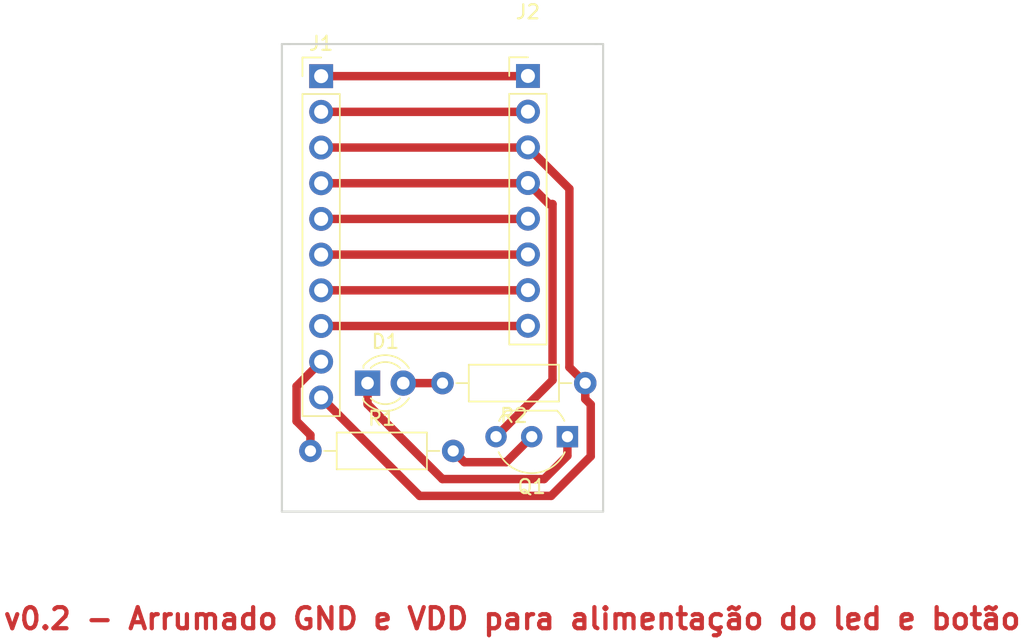
<source format=kicad_pcb>
(kicad_pcb (version 20171130) (host pcbnew 6.0.0-rc1-unknown-445a9fa~66~ubuntu16.04.1)

  (general
    (thickness 1.6)
    (drawings 7)
    (tracks 44)
    (zones 0)
    (modules 6)
    (nets 13)
  )

  (page A4)
  (layers
    (0 F.Cu signal)
    (31 B.Cu signal)
    (32 B.Adhes user)
    (33 F.Adhes user)
    (34 B.Paste user)
    (35 F.Paste user)
    (36 B.SilkS user)
    (37 F.SilkS user)
    (38 B.Mask user)
    (39 F.Mask user)
    (40 Dwgs.User user)
    (41 Cmts.User user)
    (42 Eco1.User user)
    (43 Eco2.User user)
    (44 Edge.Cuts user)
    (45 Margin user)
    (46 B.CrtYd user)
    (47 F.CrtYd user)
    (48 B.Fab user)
    (49 F.Fab user)
  )

  (setup
    (last_trace_width 0.6)
    (trace_clearance 0.6)
    (zone_clearance 0.508)
    (zone_45_only no)
    (trace_min 0.2)
    (via_size 0.8)
    (via_drill 0.4)
    (via_min_size 0.4)
    (via_min_drill 0.3)
    (uvia_size 0.3)
    (uvia_drill 0.1)
    (uvias_allowed no)
    (uvia_min_size 0.2)
    (uvia_min_drill 0.1)
    (edge_width 0.15)
    (segment_width 0.2)
    (pcb_text_width 0.3)
    (pcb_text_size 1.5 1.5)
    (mod_edge_width 0.15)
    (mod_text_size 1 1)
    (mod_text_width 0.15)
    (pad_size 1.524 1.524)
    (pad_drill 0.762)
    (pad_to_mask_clearance 0.2)
    (solder_mask_min_width 0.25)
    (aux_axis_origin 0 0)
    (visible_elements FFFFFF7F)
    (pcbplotparams
      (layerselection 0x01000_7fffffff)
      (usegerberextensions false)
      (usegerberattributes false)
      (usegerberadvancedattributes false)
      (creategerberjobfile false)
      (excludeedgelayer true)
      (linewidth 0.100000)
      (plotframeref false)
      (viasonmask false)
      (mode 1)
      (useauxorigin false)
      (hpglpennumber 1)
      (hpglpenspeed 20)
      (hpglpendiameter 15.000000)
      (psnegative false)
      (psa4output false)
      (plotreference true)
      (plotvalue true)
      (plotinvisibletext false)
      (padsonsilk false)
      (subtractmaskfromsilk false)
      (outputformat 1)
      (mirror false)
      (drillshape 0)
      (scaleselection 1)
      (outputdirectory ""))
  )

  (net 0 "")
  (net 1 "Net-(J1-Pad8)")
  (net 2 "Net-(J1-Pad7)")
  (net 3 "Net-(J1-Pad6)")
  (net 4 "Net-(J1-Pad5)")
  (net 5 "Net-(J1-Pad4)")
  (net 6 "Net-(J1-Pad1)")
  (net 7 "Net-(D1-Pad2)")
  (net 8 "Net-(D1-Pad1)")
  (net 9 "Net-(J1-Pad10)")
  (net 10 "Net-(J1-Pad9)")
  (net 11 "Net-(Q1-Pad2)")
  (net 12 "Net-(J1-Pad2)")

  (net_class Default "This is the default net class."
    (clearance 0.6)
    (trace_width 0.6)
    (via_dia 0.8)
    (via_drill 0.4)
    (uvia_dia 0.3)
    (uvia_drill 0.1)
    (add_net "Net-(D1-Pad1)")
    (add_net "Net-(D1-Pad2)")
    (add_net "Net-(J1-Pad1)")
    (add_net "Net-(J1-Pad10)")
    (add_net "Net-(J1-Pad2)")
    (add_net "Net-(J1-Pad4)")
    (add_net "Net-(J1-Pad5)")
    (add_net "Net-(J1-Pad6)")
    (add_net "Net-(J1-Pad7)")
    (add_net "Net-(J1-Pad8)")
    (add_net "Net-(J1-Pad9)")
    (add_net "Net-(Q1-Pad2)")
  )

  (module Pin_Headers:Pin_Header_Straight_1x08_Pitch2.54mm (layer F.Cu) (tedit 59650532) (tstamp 5BABB7CC)
    (at 152.892619 82.0275)
    (descr "Through hole straight pin header, 1x08, 2.54mm pitch, single row")
    (tags "Through hole pin header THT 1x08 2.54mm single row")
    (path /5B51CEBA)
    (fp_text reference J2 (at 0 -4.5575) (layer F.SilkS)
      (effects (font (size 1 1) (thickness 0.15)))
    )
    (fp_text value "FLIR Dev Kit" (at 0 25.9225) (layer F.Fab)
      (effects (font (size 1 1) (thickness 0.15)))
    )
    (fp_line (start -0.635 -1.27) (end 1.27 -1.27) (layer F.Fab) (width 0.1))
    (fp_line (start 1.27 -1.27) (end 1.27 19.05) (layer F.Fab) (width 0.1))
    (fp_line (start 1.27 19.05) (end -1.27 19.05) (layer F.Fab) (width 0.1))
    (fp_line (start -1.27 19.05) (end -1.27 -0.635) (layer F.Fab) (width 0.1))
    (fp_line (start -1.27 -0.635) (end -0.635 -1.27) (layer F.Fab) (width 0.1))
    (fp_line (start -1.33 19.11) (end 1.33 19.11) (layer F.SilkS) (width 0.12))
    (fp_line (start -1.33 1.27) (end -1.33 19.11) (layer F.SilkS) (width 0.12))
    (fp_line (start 1.33 1.27) (end 1.33 19.11) (layer F.SilkS) (width 0.12))
    (fp_line (start -1.33 1.27) (end 1.33 1.27) (layer F.SilkS) (width 0.12))
    (fp_line (start -1.33 0) (end -1.33 -1.33) (layer F.SilkS) (width 0.12))
    (fp_line (start -1.33 -1.33) (end 0 -1.33) (layer F.SilkS) (width 0.12))
    (fp_line (start -1.8 -1.8) (end -1.8 19.55) (layer F.CrtYd) (width 0.05))
    (fp_line (start -1.8 19.55) (end 1.8 19.55) (layer F.CrtYd) (width 0.05))
    (fp_line (start 1.8 19.55) (end 1.8 -1.8) (layer F.CrtYd) (width 0.05))
    (fp_line (start 1.8 -1.8) (end -1.8 -1.8) (layer F.CrtYd) (width 0.05))
    (fp_text user %R (at 0 8.89 90) (layer F.Fab)
      (effects (font (size 1 1) (thickness 0.15)))
    )
    (pad 1 thru_hole rect (at 0 0) (size 1.7 1.7) (drill 1) (layers *.Cu *.Mask)
      (net 6 "Net-(J1-Pad1)"))
    (pad 2 thru_hole oval (at 0 2.54) (size 1.7 1.7) (drill 1) (layers *.Cu *.Mask)
      (net 12 "Net-(J1-Pad2)"))
    (pad 3 thru_hole oval (at 0 5.08) (size 1.7 1.7) (drill 1) (layers *.Cu *.Mask)
      (net 9 "Net-(J1-Pad10)"))
    (pad 4 thru_hole oval (at 0 7.62) (size 1.7 1.7) (drill 1) (layers *.Cu *.Mask)
      (net 5 "Net-(J1-Pad4)"))
    (pad 5 thru_hole oval (at 0 10.16) (size 1.7 1.7) (drill 1) (layers *.Cu *.Mask)
      (net 4 "Net-(J1-Pad5)"))
    (pad 6 thru_hole oval (at 0 12.7) (size 1.7 1.7) (drill 1) (layers *.Cu *.Mask)
      (net 3 "Net-(J1-Pad6)"))
    (pad 7 thru_hole oval (at 0 15.24) (size 1.7 1.7) (drill 1) (layers *.Cu *.Mask)
      (net 2 "Net-(J1-Pad7)"))
    (pad 8 thru_hole oval (at 0 17.78) (size 1.7 1.7) (drill 1) (layers *.Cu *.Mask)
      (net 1 "Net-(J1-Pad8)"))
    (model ${KISYS3DMOD}/Pin_Headers.3dshapes/Pin_Header_Straight_1x08_Pitch2.54mm.wrl
      (at (xyz 0 0 0))
      (scale (xyz 1 1 1))
      (rotate (xyz 0 0 0))
    )
  )

  (module LEDs:LED_D3.0mm (layer F.Cu) (tedit 587A3A7B) (tstamp 5BABAA80)
    (at 141.478 103.886)
    (descr "LED, diameter 3.0mm, 2 pins")
    (tags "LED diameter 3.0mm 2 pins")
    (path /5BABA5C5)
    (fp_text reference D1 (at 1.27 -2.96) (layer F.SilkS)
      (effects (font (size 1 1) (thickness 0.15)))
    )
    (fp_text value LED (at 1.27 2.96) (layer F.Fab)
      (effects (font (size 1 1) (thickness 0.15)))
    )
    (fp_line (start 3.7 -2.25) (end -1.15 -2.25) (layer F.CrtYd) (width 0.05))
    (fp_line (start 3.7 2.25) (end 3.7 -2.25) (layer F.CrtYd) (width 0.05))
    (fp_line (start -1.15 2.25) (end 3.7 2.25) (layer F.CrtYd) (width 0.05))
    (fp_line (start -1.15 -2.25) (end -1.15 2.25) (layer F.CrtYd) (width 0.05))
    (fp_line (start -0.29 1.08) (end -0.29 1.236) (layer F.SilkS) (width 0.12))
    (fp_line (start -0.29 -1.236) (end -0.29 -1.08) (layer F.SilkS) (width 0.12))
    (fp_line (start -0.23 -1.16619) (end -0.23 1.16619) (layer F.Fab) (width 0.1))
    (fp_circle (center 1.27 0) (end 2.77 0) (layer F.Fab) (width 0.1))
    (fp_arc (start 1.27 0) (end 0.229039 1.08) (angle -87.9) (layer F.SilkS) (width 0.12))
    (fp_arc (start 1.27 0) (end 0.229039 -1.08) (angle 87.9) (layer F.SilkS) (width 0.12))
    (fp_arc (start 1.27 0) (end -0.29 1.235516) (angle -108.8) (layer F.SilkS) (width 0.12))
    (fp_arc (start 1.27 0) (end -0.29 -1.235516) (angle 108.8) (layer F.SilkS) (width 0.12))
    (fp_arc (start 1.27 0) (end -0.23 -1.16619) (angle 284.3) (layer F.Fab) (width 0.1))
    (pad 2 thru_hole circle (at 2.54 0) (size 1.8 1.8) (drill 0.9) (layers *.Cu *.Mask)
      (net 7 "Net-(D1-Pad2)"))
    (pad 1 thru_hole rect (at 0 0) (size 1.8 1.8) (drill 0.9) (layers *.Cu *.Mask)
      (net 8 "Net-(D1-Pad1)"))
    (model ${KISYS3DMOD}/LEDs.3dshapes/LED_D3.0mm.wrl
      (at (xyz 0 0 0))
      (scale (xyz 0.393701 0.393701 0.393701))
      (rotate (xyz 0 0 0))
    )
  )

  (module Pin_Headers:Pin_Header_Straight_1x10_Pitch2.54mm (layer F.Cu) (tedit 59650532) (tstamp 5BABB663)
    (at 138.176 82.042)
    (descr "Through hole straight pin header, 1x10, 2.54mm pitch, single row")
    (tags "Through hole pin header THT 1x10 2.54mm single row")
    (path /5BABB361)
    (fp_text reference J1 (at 0 -2.33) (layer F.SilkS)
      (effects (font (size 1 1) (thickness 0.15)))
    )
    (fp_text value Entrada (at 0 25.19) (layer F.Fab)
      (effects (font (size 1 1) (thickness 0.15)))
    )
    (fp_text user %R (at 0 11.43 90) (layer F.Fab)
      (effects (font (size 1 1) (thickness 0.15)))
    )
    (fp_line (start 1.8 -1.8) (end -1.8 -1.8) (layer F.CrtYd) (width 0.05))
    (fp_line (start 1.8 24.65) (end 1.8 -1.8) (layer F.CrtYd) (width 0.05))
    (fp_line (start -1.8 24.65) (end 1.8 24.65) (layer F.CrtYd) (width 0.05))
    (fp_line (start -1.8 -1.8) (end -1.8 24.65) (layer F.CrtYd) (width 0.05))
    (fp_line (start -1.33 -1.33) (end 0 -1.33) (layer F.SilkS) (width 0.12))
    (fp_line (start -1.33 0) (end -1.33 -1.33) (layer F.SilkS) (width 0.12))
    (fp_line (start -1.33 1.27) (end 1.33 1.27) (layer F.SilkS) (width 0.12))
    (fp_line (start 1.33 1.27) (end 1.33 24.19) (layer F.SilkS) (width 0.12))
    (fp_line (start -1.33 1.27) (end -1.33 24.19) (layer F.SilkS) (width 0.12))
    (fp_line (start -1.33 24.19) (end 1.33 24.19) (layer F.SilkS) (width 0.12))
    (fp_line (start -1.27 -0.635) (end -0.635 -1.27) (layer F.Fab) (width 0.1))
    (fp_line (start -1.27 24.13) (end -1.27 -0.635) (layer F.Fab) (width 0.1))
    (fp_line (start 1.27 24.13) (end -1.27 24.13) (layer F.Fab) (width 0.1))
    (fp_line (start 1.27 -1.27) (end 1.27 24.13) (layer F.Fab) (width 0.1))
    (fp_line (start -0.635 -1.27) (end 1.27 -1.27) (layer F.Fab) (width 0.1))
    (pad 10 thru_hole oval (at 0 22.86) (size 1.7 1.7) (drill 1) (layers *.Cu *.Mask)
      (net 9 "Net-(J1-Pad10)"))
    (pad 9 thru_hole oval (at 0 20.32) (size 1.7 1.7) (drill 1) (layers *.Cu *.Mask)
      (net 10 "Net-(J1-Pad9)"))
    (pad 8 thru_hole oval (at 0 17.78) (size 1.7 1.7) (drill 1) (layers *.Cu *.Mask)
      (net 1 "Net-(J1-Pad8)"))
    (pad 7 thru_hole oval (at 0 15.24) (size 1.7 1.7) (drill 1) (layers *.Cu *.Mask)
      (net 2 "Net-(J1-Pad7)"))
    (pad 6 thru_hole oval (at 0 12.7) (size 1.7 1.7) (drill 1) (layers *.Cu *.Mask)
      (net 3 "Net-(J1-Pad6)"))
    (pad 5 thru_hole oval (at 0 10.16) (size 1.7 1.7) (drill 1) (layers *.Cu *.Mask)
      (net 4 "Net-(J1-Pad5)"))
    (pad 4 thru_hole oval (at 0 7.62) (size 1.7 1.7) (drill 1) (layers *.Cu *.Mask)
      (net 5 "Net-(J1-Pad4)"))
    (pad 3 thru_hole oval (at 0 5.08) (size 1.7 1.7) (drill 1) (layers *.Cu *.Mask)
      (net 9 "Net-(J1-Pad10)"))
    (pad 2 thru_hole oval (at 0 2.54) (size 1.7 1.7) (drill 1) (layers *.Cu *.Mask)
      (net 12 "Net-(J1-Pad2)"))
    (pad 1 thru_hole rect (at 0 0) (size 1.7 1.7) (drill 1) (layers *.Cu *.Mask)
      (net 6 "Net-(J1-Pad1)"))
    (model ${KISYS3DMOD}/Pin_Headers.3dshapes/Pin_Header_Straight_1x10_Pitch2.54mm.wrl
      (at (xyz 0 0 0))
      (scale (xyz 1 1 1))
      (rotate (xyz 0 0 0))
    )
  )

  (module TO_SOT_Packages_THT:TO-92_Inline_Wide (layer F.Cu) (tedit 58CE52AF) (tstamp 5BABAAB2)
    (at 155.702 107.696 180)
    (descr "TO-92 leads in-line, wide, drill 0.8mm (see NXP sot054_po.pdf)")
    (tags "to-92 sc-43 sc-43a sot54 PA33 transistor")
    (path /5BABA4C6)
    (fp_text reference Q1 (at 2.54 -3.56) (layer F.SilkS)
      (effects (font (size 1 1) (thickness 0.15)))
    )
    (fp_text value BC548 (at 2.54 2.79 180) (layer F.Fab)
      (effects (font (size 1 1) (thickness 0.15)))
    )
    (fp_arc (start 2.54 0) (end 4.34 1.85) (angle -20) (layer F.SilkS) (width 0.12))
    (fp_arc (start 2.54 0) (end 2.54 -2.48) (angle -135) (layer F.Fab) (width 0.1))
    (fp_arc (start 2.54 0) (end 2.54 -2.48) (angle 135) (layer F.Fab) (width 0.1))
    (fp_arc (start 2.54 0) (end 2.54 -2.6) (angle 65) (layer F.SilkS) (width 0.12))
    (fp_arc (start 2.54 0) (end 2.54 -2.6) (angle -65) (layer F.SilkS) (width 0.12))
    (fp_arc (start 2.54 0) (end 0.74 1.85) (angle 20) (layer F.SilkS) (width 0.12))
    (fp_line (start 6.09 2.01) (end -1.01 2.01) (layer F.CrtYd) (width 0.05))
    (fp_line (start 6.09 2.01) (end 6.09 -2.73) (layer F.CrtYd) (width 0.05))
    (fp_line (start -1.01 -2.73) (end -1.01 2.01) (layer F.CrtYd) (width 0.05))
    (fp_line (start -1.01 -2.73) (end 6.09 -2.73) (layer F.CrtYd) (width 0.05))
    (fp_line (start 0.8 1.75) (end 4.3 1.75) (layer F.Fab) (width 0.1))
    (fp_line (start 0.74 1.85) (end 4.34 1.85) (layer F.SilkS) (width 0.12))
    (fp_text user %R (at 2.54 -3.56) (layer F.Fab)
      (effects (font (size 1 1) (thickness 0.15)))
    )
    (pad 1 thru_hole rect (at 0 0 270) (size 1.52 1.52) (drill 0.8) (layers *.Cu *.Mask)
      (net 8 "Net-(D1-Pad1)"))
    (pad 3 thru_hole circle (at 5.08 0 270) (size 1.52 1.52) (drill 0.8) (layers *.Cu *.Mask)
      (net 5 "Net-(J1-Pad4)"))
    (pad 2 thru_hole circle (at 2.54 0 270) (size 1.52 1.52) (drill 0.8) (layers *.Cu *.Mask)
      (net 11 "Net-(Q1-Pad2)"))
    (model ${KISYS3DMOD}/TO_SOT_Packages_THT.3dshapes/TO-92_Inline_Wide.wrl
      (offset (xyz 2.539999961853027 0 0))
      (scale (xyz 1 1 1))
      (rotate (xyz 0 0 -90))
    )
  )

  (module Resistors_THT:R_Axial_DIN0207_L6.3mm_D2.5mm_P10.16mm_Horizontal (layer F.Cu) (tedit 5874F706) (tstamp 5BABAAC8)
    (at 137.414 108.712)
    (descr "Resistor, Axial_DIN0207 series, Axial, Horizontal, pin pitch=10.16mm, 0.25W = 1/4W, length*diameter=6.3*2.5mm^2, http://cdn-reichelt.de/documents/datenblatt/B400/1_4W%23YAG.pdf")
    (tags "Resistor Axial_DIN0207 series Axial Horizontal pin pitch 10.16mm 0.25W = 1/4W length 6.3mm diameter 2.5mm")
    (path /5BABA818)
    (fp_text reference R1 (at 5.08 -2.31) (layer F.SilkS)
      (effects (font (size 1 1) (thickness 0.15)))
    )
    (fp_text value 2700 (at 5.08 2.31) (layer F.Fab)
      (effects (font (size 1 1) (thickness 0.15)))
    )
    (fp_line (start 1.93 -1.25) (end 1.93 1.25) (layer F.Fab) (width 0.1))
    (fp_line (start 1.93 1.25) (end 8.23 1.25) (layer F.Fab) (width 0.1))
    (fp_line (start 8.23 1.25) (end 8.23 -1.25) (layer F.Fab) (width 0.1))
    (fp_line (start 8.23 -1.25) (end 1.93 -1.25) (layer F.Fab) (width 0.1))
    (fp_line (start 0 0) (end 1.93 0) (layer F.Fab) (width 0.1))
    (fp_line (start 10.16 0) (end 8.23 0) (layer F.Fab) (width 0.1))
    (fp_line (start 1.87 -1.31) (end 1.87 1.31) (layer F.SilkS) (width 0.12))
    (fp_line (start 1.87 1.31) (end 8.29 1.31) (layer F.SilkS) (width 0.12))
    (fp_line (start 8.29 1.31) (end 8.29 -1.31) (layer F.SilkS) (width 0.12))
    (fp_line (start 8.29 -1.31) (end 1.87 -1.31) (layer F.SilkS) (width 0.12))
    (fp_line (start 0.98 0) (end 1.87 0) (layer F.SilkS) (width 0.12))
    (fp_line (start 9.18 0) (end 8.29 0) (layer F.SilkS) (width 0.12))
    (fp_line (start -1.05 -1.6) (end -1.05 1.6) (layer F.CrtYd) (width 0.05))
    (fp_line (start -1.05 1.6) (end 11.25 1.6) (layer F.CrtYd) (width 0.05))
    (fp_line (start 11.25 1.6) (end 11.25 -1.6) (layer F.CrtYd) (width 0.05))
    (fp_line (start 11.25 -1.6) (end -1.05 -1.6) (layer F.CrtYd) (width 0.05))
    (pad 1 thru_hole circle (at 0 0) (size 1.6 1.6) (drill 0.8) (layers *.Cu *.Mask)
      (net 10 "Net-(J1-Pad9)"))
    (pad 2 thru_hole oval (at 10.16 0) (size 1.6 1.6) (drill 0.8) (layers *.Cu *.Mask)
      (net 11 "Net-(Q1-Pad2)"))
    (model ${KISYS3DMOD}/Resistors_THT.3dshapes/R_Axial_DIN0207_L6.3mm_D2.5mm_P10.16mm_Horizontal.wrl
      (at (xyz 0 0 0))
      (scale (xyz 0.393701 0.393701 0.393701))
      (rotate (xyz 0 0 0))
    )
  )

  (module Resistors_THT:R_Axial_DIN0207_L6.3mm_D2.5mm_P10.16mm_Horizontal (layer F.Cu) (tedit 5874F706) (tstamp 5BABAADE)
    (at 156.972 103.886 180)
    (descr "Resistor, Axial_DIN0207 series, Axial, Horizontal, pin pitch=10.16mm, 0.25W = 1/4W, length*diameter=6.3*2.5mm^2, http://cdn-reichelt.de/documents/datenblatt/B400/1_4W%23YAG.pdf")
    (tags "Resistor Axial_DIN0207 series Axial Horizontal pin pitch 10.16mm 0.25W = 1/4W length 6.3mm diameter 2.5mm")
    (path /5BABA75D)
    (fp_text reference R2 (at 5.08 -2.31 180) (layer F.SilkS)
      (effects (font (size 1 1) (thickness 0.15)))
    )
    (fp_text value 100 (at 5.08 2.31 180) (layer F.Fab)
      (effects (font (size 1 1) (thickness 0.15)))
    )
    (fp_line (start 11.25 -1.6) (end -1.05 -1.6) (layer F.CrtYd) (width 0.05))
    (fp_line (start 11.25 1.6) (end 11.25 -1.6) (layer F.CrtYd) (width 0.05))
    (fp_line (start -1.05 1.6) (end 11.25 1.6) (layer F.CrtYd) (width 0.05))
    (fp_line (start -1.05 -1.6) (end -1.05 1.6) (layer F.CrtYd) (width 0.05))
    (fp_line (start 9.18 0) (end 8.29 0) (layer F.SilkS) (width 0.12))
    (fp_line (start 0.98 0) (end 1.87 0) (layer F.SilkS) (width 0.12))
    (fp_line (start 8.29 -1.31) (end 1.87 -1.31) (layer F.SilkS) (width 0.12))
    (fp_line (start 8.29 1.31) (end 8.29 -1.31) (layer F.SilkS) (width 0.12))
    (fp_line (start 1.87 1.31) (end 8.29 1.31) (layer F.SilkS) (width 0.12))
    (fp_line (start 1.87 -1.31) (end 1.87 1.31) (layer F.SilkS) (width 0.12))
    (fp_line (start 10.16 0) (end 8.23 0) (layer F.Fab) (width 0.1))
    (fp_line (start 0 0) (end 1.93 0) (layer F.Fab) (width 0.1))
    (fp_line (start 8.23 -1.25) (end 1.93 -1.25) (layer F.Fab) (width 0.1))
    (fp_line (start 8.23 1.25) (end 8.23 -1.25) (layer F.Fab) (width 0.1))
    (fp_line (start 1.93 1.25) (end 8.23 1.25) (layer F.Fab) (width 0.1))
    (fp_line (start 1.93 -1.25) (end 1.93 1.25) (layer F.Fab) (width 0.1))
    (pad 2 thru_hole oval (at 10.16 0 180) (size 1.6 1.6) (drill 0.8) (layers *.Cu *.Mask)
      (net 7 "Net-(D1-Pad2)"))
    (pad 1 thru_hole circle (at 0 0 180) (size 1.6 1.6) (drill 0.8) (layers *.Cu *.Mask)
      (net 9 "Net-(J1-Pad10)"))
    (model ${KISYS3DMOD}/Resistors_THT.3dshapes/R_Axial_DIN0207_L6.3mm_D2.5mm_P10.16mm_Horizontal.wrl
      (at (xyz 0 0 0))
      (scale (xyz 0.393701 0.393701 0.393701))
      (rotate (xyz 0 0 0))
    )
  )

  (gr_text "v0.2 - Arrumado GND e VDD para alimentação do led e botão\n" (at 151.765 120.65) (layer F.Cu)
    (effects (font (size 1.5 1.5) (thickness 0.3)))
  )
  (gr_line (start 135.382 79.756) (end 135.89 79.756) (layer Edge.Cuts) (width 0.15))
  (gr_line (start 135.382 113.03) (end 135.382 79.756) (layer Edge.Cuts) (width 0.15))
  (gr_line (start 158.242 113.03) (end 135.382 113.03) (layer Edge.Cuts) (width 0.15))
  (gr_line (start 158.242 79.756) (end 158.242 113.03) (layer Edge.Cuts) (width 0.15))
  (gr_line (start 157.734 79.756) (end 158.242 79.756) (layer Edge.Cuts) (width 0.15))
  (gr_line (start 135.89 79.756) (end 157.734 79.756) (layer Edge.Cuts) (width 0.15))

  (segment (start 152.878119 99.822) (end 152.892619 99.8075) (width 0.6) (layer F.Cu) (net 1))
  (segment (start 138.176 99.822) (end 152.878119 99.822) (width 0.6) (layer F.Cu) (net 1))
  (segment (start 152.878119 97.282) (end 152.892619 97.2675) (width 0.6) (layer F.Cu) (net 2))
  (segment (start 138.176 97.282) (end 152.878119 97.282) (width 0.6) (layer F.Cu) (net 2))
  (segment (start 152.878119 94.742) (end 152.892619 94.7275) (width 0.6) (layer F.Cu) (net 3))
  (segment (start 138.176 94.742) (end 152.878119 94.742) (width 0.6) (layer F.Cu) (net 3))
  (segment (start 152.878119 92.202) (end 152.892619 92.1875) (width 0.6) (layer F.Cu) (net 4))
  (segment (start 138.176 92.202) (end 152.878119 92.202) (width 0.6) (layer F.Cu) (net 4))
  (segment (start 152.878119 89.662) (end 152.892619 89.6475) (width 0.6) (layer F.Cu) (net 5))
  (segment (start 138.176 89.662) (end 152.878119 89.662) (width 0.6) (layer F.Cu) (net 5))
  (segment (start 154.64262 103.67538) (end 154.64262 91.14262) (width 0.6) (layer F.Cu) (net 5))
  (segment (start 150.622 107.696) (end 154.64262 103.67538) (width 0.6) (layer F.Cu) (net 5))
  (segment (start 154.387739 91.14262) (end 152.892619 89.6475) (width 0.6) (layer F.Cu) (net 5))
  (segment (start 154.64262 91.14262) (end 154.387739 91.14262) (width 0.6) (layer F.Cu) (net 5))
  (segment (start 152.878119 87.122) (end 152.892619 87.1075) (width 0.6) (layer F.Cu) (net 9))
  (segment (start 138.176 87.122) (end 152.878119 87.122) (width 0.6) (layer F.Cu) (net 9))
  (segment (start 152.878119 82.042) (end 152.892619 82.0275) (width 0.6) (layer F.Cu) (net 6))
  (segment (start 138.176 82.042) (end 152.878119 82.042) (width 0.6) (layer F.Cu) (net 6))
  (segment (start 144.018 103.886) (end 146.812 103.886) (width 0.6) (layer F.Cu) (net 7))
  (segment (start 141.478 105.386) (end 141.478 103.886) (width 0.6) (layer F.Cu) (net 8))
  (segment (start 146.804008 110.712008) (end 141.478 105.386) (width 0.6) (layer F.Cu) (net 8))
  (segment (start 154.045992 110.712008) (end 146.804008 110.712008) (width 0.6) (layer F.Cu) (net 8))
  (segment (start 155.702 109.056) (end 154.045992 110.712008) (width 0.6) (layer F.Cu) (net 8))
  (segment (start 155.702 107.696) (end 155.702 109.056) (width 0.6) (layer F.Cu) (net 8))
  (segment (start 152.878119 84.582) (end 152.892619 84.5675) (width 0.6) (layer F.Cu) (net 12))
  (segment (start 138.176 84.582) (end 152.878119 84.582) (width 0.6) (layer F.Cu) (net 12))
  (segment (start 156.972 105.01737) (end 156.972 103.886) (width 0.6) (layer F.Cu) (net 9))
  (segment (start 157.362001 109.093069) (end 157.362001 105.407371) (width 0.6) (layer F.Cu) (net 9))
  (segment (start 154.543053 111.912017) (end 157.362001 109.093069) (width 0.6) (layer F.Cu) (net 9))
  (segment (start 157.362001 105.407371) (end 156.972 105.01737) (width 0.6) (layer F.Cu) (net 9))
  (segment (start 145.186017 111.912017) (end 154.543053 111.912017) (width 0.6) (layer F.Cu) (net 9))
  (segment (start 138.176 104.902) (end 145.186017 111.912017) (width 0.6) (layer F.Cu) (net 9))
  (segment (start 153.742618 87.957499) (end 152.892619 87.1075) (width 0.6) (layer F.Cu) (net 9))
  (segment (start 155.84263 90.057511) (end 153.742618 87.957499) (width 0.6) (layer F.Cu) (net 9))
  (segment (start 155.84263 102.75663) (end 155.84263 90.057511) (width 0.6) (layer F.Cu) (net 9))
  (segment (start 156.972 103.886) (end 155.84263 102.75663) (width 0.6) (layer F.Cu) (net 9))
  (segment (start 137.326001 103.211999) (end 138.176 102.362) (width 0.6) (layer F.Cu) (net 10))
  (segment (start 136.425999 106.592629) (end 136.425999 104.112001) (width 0.6) (layer F.Cu) (net 10))
  (segment (start 136.425999 104.112001) (end 137.326001 103.211999) (width 0.6) (layer F.Cu) (net 10))
  (segment (start 137.414 107.58063) (end 136.425999 106.592629) (width 0.6) (layer F.Cu) (net 10))
  (segment (start 137.414 108.712) (end 137.414 107.58063) (width 0.6) (layer F.Cu) (net 10))
  (segment (start 148.373999 109.511999) (end 147.574 108.712) (width 0.6) (layer F.Cu) (net 11))
  (segment (start 151.346001 109.511999) (end 148.373999 109.511999) (width 0.6) (layer F.Cu) (net 11))
  (segment (start 153.162 107.696) (end 151.346001 109.511999) (width 0.6) (layer F.Cu) (net 11))

)

</source>
